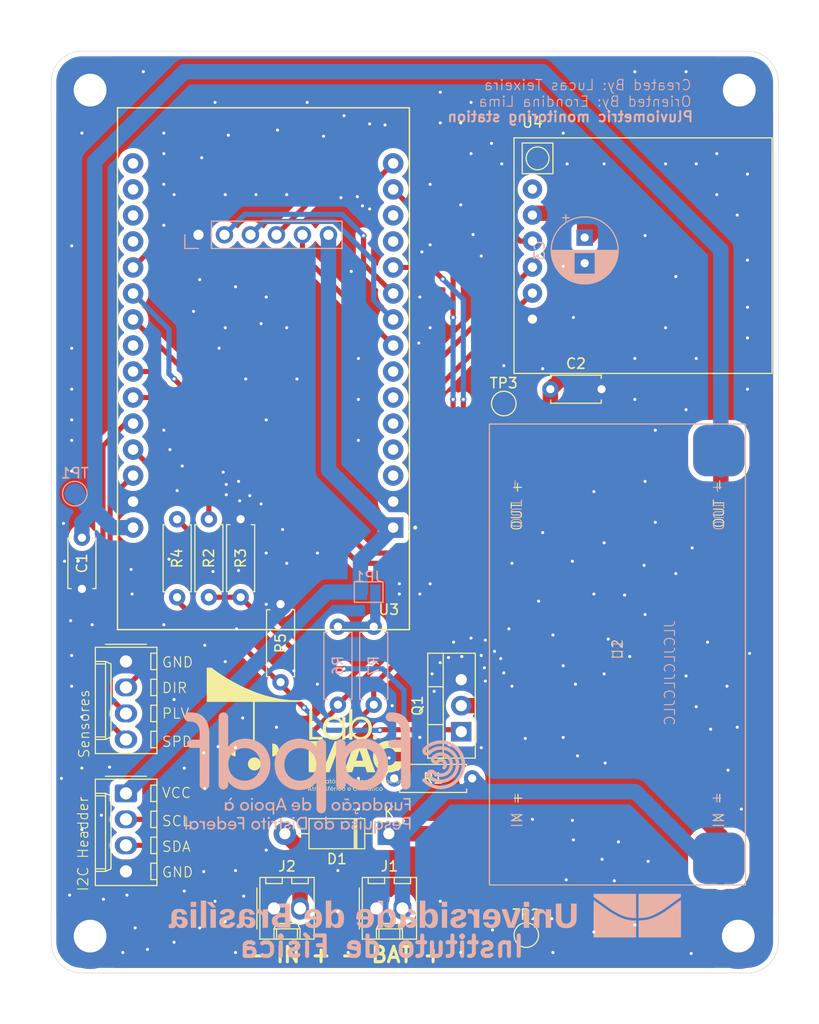
<source format=kicad_pcb>
(kicad_pcb (version 20240108) (generator "pcbnew") (generator_version "8.0")
  (title_block (title "PCB Layers Estacao Pluviometrica") (date "2025-05-03") (rev "1") (company "LAB. MAC UnB"))
  (layers (0 "F.Cu" signal) (31 "B.Cu" signal) (34 "B.Paste" user) (35 "F.Paste" user) (36 "B.SilkS" user "B.Silkscreen") (37 "F.SilkS" user "F.Silkscreen") (38 "B.Mask" user) (39 "F.Mask" user) (44 "Edge.Cuts" user))
  (net 0 "")
  (net 1 "Net-(D1-A)")
  (net 2 "Net-(R1-Pad1)")
  (net 3 "SIM800L_TX")
  (net 5 "SIM800L_RST")
  (net 13 "SIM800L_RX")
  (net 15 "CLK")
  (net 16 "+3.3V")
  (net 17 "CS")
  (net 18 "MISO")
  (net 19 "MOSI")
  (net 20 "SDA")
  (net 21 "SCL")
  (net 22 "SPD")
  (net 23 "PLV")
  (net 24 "DIR")
  (net 25 "Net-(JP1-B)")
  (net 27 "GND")
  (net 28 "+BATT")
  (net 29 "Net-(Q1-G)")
  (net 32 "Net-(Q1-D)")
  (net 33 "+5V")
  (net 34 "+4V4")
  (net 36 "VBAT")
  (net 37 "SIM800L EN")
  (footprint "Resistor_THT:R_Axial_DIN0207_L6.3mm_D2.5mm_P7.62mm_Horizontal" (layer "F.Cu") (at 127.4 96.61 90)
    (property "Reference" "R5")
    (property "Value" "10k" (hide yes))
  )
  (footprint "Connector_Molex:Molex_KK-254_AE-6410-04A_1x04_P2.54mm_Vertical" (layer "F.Cu") (at 112.3 94.58 -90)
    (property "Reference" "J5" (hide yes))
    (property "Value" "Sensores" (hide yes))
  )
  (footprint "Resistor_THT:R_Axial_DIN0207_L6.3mm_D2.5mm_P7.62mm_Horizontal" (layer "F.Cu") (at 138.49 106)
    (property "Reference" "R1")
    (property "Value" "4.7k" (hide yes))
  )
  (footprint "Connector_Molex:Molex_KK-254_AE-6410-02A_1x02_P2.54mm_Vertical" (layer "F.Cu") (at 126.76 118.7)
    (property "Reference" "J2")
    (property "Value" "22053021")
  )
  (footprint "MountingHole:MountingHole_3.2mm_M3_Pad_TopBottom" (layer "F.Cu") (at 172.1 121.4)
    (property "Reference" "H1" (hide yes))
    (property "Value" "MountingHole_Pad")
  )
  (footprint "Capacitor_THT:C_Disc_D4.7mm_W2.5mm_P5.00mm" (layer "F.Cu") (at 108 82.5 -90)
    (property "Reference" "C1")
    (property "Value" "C_Polarized")
  )
  (footprint "Diode_THT:D_DO-41_SOD81_P10.16mm_Horizontal" (layer "F.Cu") (at 137.98 111.4 180)
    (property "Reference" "D1")
    (property "Value" "1N4007" (hide yes))
  )
  (footprint "Libs:labmac" (layer "F.Cu") (at 129.832274 101.628317)
    (property "Reference" "G***" (hide yes))
    (property "Value" "LOGO" (hide yes))
  )
  (footprint "Capacitor_THT:C_Disc_D4.7mm_W2.5mm_P5.00mm" (layer "F.Cu") (at 153.75 68)
    (property "Reference" "C2")
    (property "Value" "C_Polarized")
  )
  (footprint "Package_TO_SOT_THT:TO-220-3_Vertical" (layer "F.Cu") (at 145.045 101.44 90)
    (property "Reference" "Q1")
    (property "Value" "IRLZ44N")
  )
  (footprint "Resistor_THT:R_Axial_DIN0207_L6.3mm_D2.5mm_P7.62mm_Horizontal" (layer "F.Cu") (at 123.5 88.31 90)
    (property "Reference" "R3")
    (property "Value" "100k" (hide yes))
  )
  (footprint "MountingHole:MountingHole_3.2mm_M3_Pad_TopBottom" (layer "F.Cu") (at 172.2 38.8)
    (property "Reference" "H3" (hide yes))
    (property "Value" "MountingHole_Pad")
  )
  (footprint "Resistor_THT:R_Axial_DIN0207_L6.3mm_D2.5mm_P7.62mm_Horizontal" (layer "F.Cu") (at 117.3 88.32 90)
    (property "Reference" "R4")
    (property "Value" "1k" (hide yes))
  )
  (footprint "LIB_PROJ:BUCK lm2596 Modulo" (layer "F.Cu") (at 160.3 93.4 90)
    (property "Reference" "U2")
    (property "Value" "BUCK_MODULE" (hide yes))
  )
  (footprint "TestPoint:TestPoint_Pad_D2.0mm" (layer "F.Cu") (at 149.2 69.4)
    (property "Reference" "TP3")
    (property "Value" "TestPoint")
  )
  (footprint "MountingHole:MountingHole_3.2mm_M3_Pad_TopBottom" (layer "F.Cu") (at 108.8 38.8)
    (property "Reference" "H4" (hide yes))
    (property "Value" "MountingHole_Pad")
  )
  (footprint "Resistor_THT:R_Axial_DIN0207_L6.3mm_D2.5mm_P7.62mm_Horizontal" (layer "F.Cu") (at 120.4 88.31 90)
    (property "Reference" "R2")
    (property "Value" "1,5k" (hide yes))
  )
  (footprint "MountingHole:MountingHole_3.2mm_M3_Pad_TopBottom" (layer "F.Cu") (at 108.8 121.4)
    (property "Reference" "H2" (hide yes))
    (property "Value" "MountingHole_Pad")
  )
  (footprint "Connector_Molex:Molex_KK-254_AE-6410-02A_1x02_P2.54mm_Vertical" (layer "F.Cu") (at 136.76 118.7)
    (property "Reference" "J1")
    (property "Value" "22053021")
  )
  (footprint "ESP32-DEVKIT-V1:MODULE_ESP32_DEVKIT_V1" (layer "F.Cu") (at 125.7 66 180)
    (property "Reference" "U3")
    (property "Value" "ESP32-DEVKIT-V1")
  )
  (footprint "TestPoint:TestPoint_Pad_D2.0mm" (layer "F.Cu") (at 151.4 121.3)
    (property "Reference" "TP2")
    (property "Value" "TestPoint")
  )
  (footprint "SIM800L-Core-Module-KiCad-Footprint-main:SIM800L-CORE" (layer "F.Cu") (at 152 48.46)
    (property "Reference" "U4")
    (property "Value" "SIM800L-CORE")
  )
  (footprint "Connector_Molex:Molex_KK-254_AE-6410-04A_1x04_P2.54mm_Vertical" (layer "F.Cu") (at 112.3 107.46 -90)
    (property "Reference" "J4" (hide yes))
    (property "Value" "I2C Header" (hide yes))
  )
  (footprint "TestPoint:TestPoint_Pad_D2.0mm" (layer "B.Cu") (at 107.3 78.2 180)
    (property "Reference" "TP1")
    (property "Value" "TestPoint")
  )
  (footprint "Libs:Logo FAP DF" (layer "B.Cu") (at 131.5 105.4 180)
    (property "Reference" "G***" (hide yes))
    (property "Value" "LOGO" (hide yes))
  )
  (footprint "Jumper:SolderJumper-2_P1.3mm_Open_Pad1.0x1.5mm" (layer "B.Cu") (at 136 87.81)
    (property "Reference" "JP1")
    (property "Value" "SolderJumper_2_Open" (hide yes))
  )
  (footprint "Capacitor_THT:CP_Radial_D6.3mm_P2.50mm" (layer "B.Cu") (at 157.1 53.2 -90)
    (property "Reference" "C3")
    (property "Value" "18v 220uf")
  )
  (footprint "Libs:logo unb" (layer "B.Cu") (at 141.5 119.4 180)
    (property "Reference" "G***" (hide yes))
    (property "Value" "LOGO" (hide yes))
  )
  (footprint "LIB_PROJ:BUCK lm2596 Modulo" (layer "B.Cu") (at 160.3 93.4 90)
    (property "Reference" "U1")
    (property "Value" "BUCK_MODULE" (hide yes))
  )
  (footprint "Resistor_THT:R_Axial_DIN0207_L6.3mm_D2.5mm_P7.62mm_Horizontal" (layer "B.Cu") (at 136.5 91.19 -90)
    (property "Reference" "R7")
    (property "Value" "R")
  )
  (footprint "Resistor_THT:R_Axial_DIN0207_L6.3mm_D2.5mm_P7.62mm_Horizontal" (layer "B.Cu") (at 133 91.19 -90)
    (property "Reference" "R6")
    (property "Value" "R")
  )
  (footprint "Connector_PinSocket_2.54mm:PinSocket_1x06_P2.54mm_Vertical" (layer "B.Cu") (at 119.38 52.925 -90)
    (property "Reference" "J3" (hide yes))
    (property "Value" "CARTÃO SD")
  )
  (gr_arc (start 105 38) (mid 105.87868 35.87868) (end 108 35) (stroke (width 0.05)) (layer "Edge.Cuts"))
  (gr_arc (start 173 35) (mid 175.12132 35.87868) (end 176 38) (stroke (width 0.05)) (layer "Edge.Cuts"))
  (gr_line (start 173 125) (end 108 125) (stroke (width 0.05)) (layer "Edge.Cuts"))
  (gr_line (start 176 38) (end 176 122) (stroke (width 0.05)) (layer "Edge.Cuts"))
  (gr_line (start 105 122) (end 105 38) (stroke (width 0.05)) (layer "Edge.Cuts"))
  (gr_arc (start 108 125) (mid 105.87868 124.12132) (end 105 122) (stroke (width 0.05)) (layer "Edge.Cuts"))
  (gr_line (start 108 35) (end 173 35) (stroke (width 0.05)) (layer "Edge.Cuts"))
  (gr_arc (start 176 122) (mid 175.12132 124.12132) (end 173 125) (stroke (width 0.05)) (layer "Edge.Cuts"))
  (gr_text "Instituto de Física" (at 151.4 123.6 0) (layer "B.SilkS") (effects (font (size 2 2) (thickness 0.4) (bold yes)) (justify left bottom mirror)))
  (gr_text "Pluviometric monitoring station" (at 167.8 41.4 0) (layer "B.SilkS") (effects (font (size 1 1) (thickness 0.2) (bold yes)) (justify left mirror)))
  (gr_text "Created By: Lucas Teixeira\nOriented By: Erondina Lima" (at 167.6 40.5 0) (layer "B.SilkS") (effects (font (size 1 1) (thickness 0.1)) (justify left bottom mirror)))
  (gr_text "JLCJLCJLCJLC" (at 166 90.5 90) (layer "B.SilkS") (effects (font (size 1 1) (thickness 0.1)) (justify left bottom mirror)))
  (gr_text "VCC" (at 115.75 108 0) (layer "F.SilkS") (effects (font (size 1 1) (thickness 0.1)) (justify left bottom)))
  (gr_text "SCL" (at 115.75 110.75 0) (layer "F.SilkS") (effects (font (size 1 1) (thickness 0.1)) (justify left bottom)))
  (gr_text "I2C Headder" (at 108.7 117.1 90) (layer "F.SilkS") (effects (font (size 1 1) (thickness 0.1)) (justify left bottom)))
  (gr_text "- BAT +" (at 133.1 124.1 0) (layer "F.SilkS") (effects (font (size 1.5 1.5) (thickness 0.3) (bold yes)) (justify left bottom)))
  (gr_text "GND" (at 115.75 115.75 0) (layer "F.SilkS") (effects (font (size 1 1) (thickness 0.1)) (justify left bottom)))
  (gr_text "GND" (at 115.75 95.25 0) (layer "F.SilkS") (effects (font (size 1 1) (thickness 0.1)) (justify left bottom)))
  (gr_text "SDA" (at 115.75 113.25 0) (layer "F.SilkS") (effects (font (size 1 1) (thickness 0.1)) (justify left bottom)))
  (gr_text "- IN +" (at 123.8 124.1 0) (layer "F.SilkS") (effects (font (size 1.5 1.5) (thickness 0.3) (bold yes)) (justify left bottom)))
  (gr_text "DIR" (at 115.75 97.75 0) (layer "F.SilkS") (effects (font (size 1 1) (thickness 0.1)) (justify left bottom)))
  (gr_text "Sensores" (at 108.8 104.1 90) (layer "F.SilkS") (effects (font (size 1 1) (thickness 0.1)) (justify left bottom)))
  (gr_text "PLV" (at 115.75 100.25 0) (layer "F.SilkS") (effects (font (size 1 1) (thickness 0.1)) (justify left bottom)))
  (gr_text "SPD" (at 115.75 103 0) (layer "F.SilkS") (effects (font (size 1 1) (thickness 0.1)) (justify left bottom)))
  (segment (start 127.82 111.4) (end 129.3 112.88) (width 1.5) (layer "F.Cu") (net 1))
  (segment (start 129.3 112.88) (end 129.3 118.7) (width 1.5) (layer "F.Cu") (net 1))
  (segment (start 130.49 95.3) (end 133.6 95.3) (width 0.5) (layer "F.Cu") (net 2))
  (segment (start 123.5 88.31) (end 130.49 95.3) (width 0.5) (layer "F.Cu") (net 2))
  (segment (start 120.4 88.31) (end 123.5 88.31) (width 0.5) (layer "F.Cu") (net 2))
  (via (at 133.6 95.3) (size 0.6) (drill 0.3) (layers "F.Cu" "B.Cu") (net 2))
  (segment (start 138.49 106) (end 139.45 105.04) (width 0.5) (layer "B.Cu") (net 2))
  (segment (start 139.45 97.389338) (end 137.980331 95.919669) (width 0.5) (layer "B.Cu") (net 2))
  (segment (start 137.360661 95.3) (end 137.980331 95.919669) (width 0.5) (layer "B.Cu") (net 2))
  (segment (start 139.45 105.04) (end 139.45 97.389338) (width 0.5) (layer "B.Cu") (net 2))
  (segment (start 133.6 95.3) (end 137.360661 95.3) (width 0.5) (layer "B.Cu") (net 2))
  (segment (start 152 58.62) (end 142.5 68.12) (width 0.5) (layer "F.Cu") (net 3))
  (segment (start 129 79) (end 117 67) (width 0.5) (layer "F.Cu") (net 3))
  (segment (start 135 85) (end 129 79) (width 0.5) (layer "F.Cu") (net 3))
  (segment (start 139.5 85) (end 135 85) (width 0.5) (layer "F.Cu") (net 3))
  (segment (start 113.217717 58.655) (end 113 58.655) (width 1.5) (layer "F.Cu") (net 3))
  (segment (start 142.5 82) (end 139.5 85) (width 0.5) (layer "F.Cu") (net 3))
  (segment (start 142.5 68.12) (end 142.5 82) (width 0.5) (layer "F.Cu") (net 3))
  (via (at 117 67) (size 0.6) (drill 0.3) (layers "F.Cu" "B.Cu") (net 3))
  (segment (start 116.5 62.155) (end 113 58.655) (width 0.5) (layer "B.Cu") (net 3))
  (segment (start 117 67) (end 116.5 66.5) (width 0.5) (layer "B.Cu") (net 3))
  (segment (start 116.5 66.5) (end 116.5 62.155) (width 0.5) (layer "B.Cu") (net 3))
  (segment (start 135.289339 44.55) (end 134.539339 45.3) (width 0.5) (layer "F.Cu") (net 5))
  (segment (start 152 53.54) (end 150.79 53.54) (width 0.5) (layer "F.Cu") (net 5))
  (segment (start 150.79 53.54) (end 140.35 43.1) (width 0.5) (layer "F.Cu") (net 5))
  (segment (start 134.539339 45.3) (end 123.815 45.3) (width 0.5) (layer "F.Cu") (net 5))
  (segment (start 135.289339 44.510661) (end 135.289339 44.55) (width 0.5) (layer "F.Cu") (net 5))
  (segment (start 140.35 43.1) (end 136.7 43.1) (width 0.5) (layer "F.Cu") (net 5))
  (segment (start 123.815 45.3) (end 113 56.115) (width 0.5) (layer "F.Cu") (net 5))
  (segment (start 136.7 43.1) (end 135.289339 44.510661) (width 0.5) (layer "F.Cu") (net 5))
  (segment (start 139 84) (end 135.805 84) (width 0.5) (layer "F.Cu") (net 13))
  (segment (start 141.5 66.58) (end 141.5 81.5) (width 0.5) (layer "F.Cu") (net 13))
  (segment (start 135.805 84) (end 113 61.195) (width 0.5) (layer "F.Cu") (net 13))
  (segment (start 141.5 81.5) (end 139 84) (width 0.5) (layer "F.Cu") (net 13))
  (segment (start 152 56.08) (end 141.5 66.58) (width 0.5) (layer "F.Cu") (net 13))
  (segment (start 124.46 52.925) (end 125.76 51.625) (width 0.5) (layer "B.Cu") (net 15))
  (segment (start 136.5 55.506522) (end 136.5 59.295) (width 0.5) (layer "B.Cu") (net 15))
  (segment (start 136.5 59.295) (end 138.4 61.195) (width 0.5) (layer "B.Cu") (net 15))
  (segment (start 125.76 51.625) (end 132.618478 51.625) (width 0.5) (layer "B.Cu") (net 15))
  (segment (start 132.618478 51.625) (end 136.5 55.506522) (width 0.5) (layer "B.Cu") (net 15))
  (segment (start 138.4 81.515) (end 135.2 84.715) (width 1.5) (layer "B.Cu") (net 16))
  (segment (start 132.08 52.925) (end 132.08 75.8875) (width 1.5) (layer "B.Cu") (net 16))
  (segment (start 132.08 75.8875) (end 137.7075 81.515) (width 1.5) (layer "B.Cu") (net 16))
  (segment (start 135.2 87.81) (end 131.95 87.81) (width 1.5) (layer "B.Cu") (net 16))
  (segment (start 137.7075 81.515) (end 138.4 81.515) (width 1.5) (layer "B.Cu") (net 16))
  (segment (start 131.95 87.81) (end 112.3 107.46) (width 1.5) (layer "B.Cu") (net 16))
  (segment (start 135.2 84.715) (end 135.2 87.81) (width 1.5) (layer "B.Cu") (net 16))
  (segment (start 129.54 52.925) (end 129.54 54.875) (width 0.5) (layer "F.Cu") (net 17))
  (segment (start 129.54 54.875) (end 138.4 63.735) (width 0.5) (layer "F.Cu") (net 17))
  (segment (start 135.5 53) (end 135.5 55.755) (width 0.5) (layer "F.Cu") (net 18))
  (segment (start 135.5 55.755) (end 138.4 58.655) (width 0.5) (layer "F.Cu") (net 18))
  (via (at 135.5 53) (size 0.6) (drill 0.3) (layers "F.Cu" "B.Cu") (net 18))
  (segment (start 121.92 52.925) (end 123.92 50.925) (width 0.5) (layer "B.Cu") (net 18))
  (segment (start 123.92 50.925) (end 133.425 50.925) (width 0.5) (layer "B.Cu") (net 18))
  (segment (start 133.425 50.925) (end 135.5 53) (width 0.5) (layer "B.Cu") (net 18))
  (segment (start 136.355 48) (end 131.925 48) (width 0.5) (layer "F.Cu") (net 19))
  (segment (start 138.4 45.955) (end 136.355 48) (width 0.5) (layer "F.Cu") (net 19))
  (segment (start 131.925 48) (end 127 52.925) (width 0.5) (layer "F.Cu") (net 19))
  (segment (start 136.5 98.81) (end 136.5 96.9) (width 0.5) (layer "F.Cu") (net 20))
  (segment (start 136.5 96.9) (end 145.25 88.15) (width 0.5) (layer "F.Cu") (net 20))
  (segment (start 136.5 98.81) (end 122.77 112.54) (width 0.5) (layer "F.Cu") (net 20))
  (segment (start 142.115 56.115) (end 138.4 56.115) (width 0.5) (layer "F.Cu") (net 20))
  (segment (start 122.77 112.54) (end 112.3 112.54) (width 0.5) (layer "F.Cu") (net 20))
  (segment (start 145.25 88.15) (end 145.25 69) (width 0.5) (layer "F.Cu") (net 20))
  (segment (start 143.25 57.25) (end 142.115 56.115) (width 0.5) (layer "F.Cu") (net 20))
  (via (at 143.25 57.25) (size 0.6) (drill 0.3) (layers "F.Cu" "B.Cu") (net 20))
  (via (at 145.25 69) (size 0.6) (drill 0.3) (layers "F.Cu" "B.Cu") (net 20))
  (segment (start 145.25 59.25) (end 143.25 57.25) (width 0.5) (layer "B.Cu") (net 20))
  (segment (start 145.25 69) (end 145.25 59.25) (width 0.5) (layer "B.Cu") (net 20))
  (segment (start 133 98.81) (end 133 98.5) (width 0.5) (layer "F.Cu") (net 21))
  (segment (start 144.25 61) (end 144.25 54.345) (width 0.5) (layer "F.Cu") (net 21))
  (segment (start 144.25 54.345) (end 138.4 48.495) (width 0.5) (layer "F.Cu") (net 21))
  (segment (start 133 98.81) (end 133 99) (width 0.5) (layer "F.Cu") (net 21))
  (segment (start 144.25 87.56) (end 144.25 69) (width 0.5) (layer "F.Cu") (net 21))
  (segment (start 122 110) (end 112.3 110) (width 0.5) (layer "F.Cu") (net 21))
  (segment (start 133 99) (end 122 110) (width 0.5) (layer "F.Cu") (net 21))
  (segment (start 133 98.81) (end 144.25 87.56) (width 0.5) (layer "F.Cu") (net 21))
  (via (at 144.25 69) (size 0.6) (drill 0.3) (layers "F.Cu" "B.Cu") (net 21))
  (via (at 144.25 61) (size 0.6) (drill 0.3) (layers "F.Cu" "B.Cu") (net 21))
  (segment (start 144.25 69) (end 144.25 61) (width 0.5) (layer "B.Cu") (net 21))
  (segment (start 110.055 99.955) (end 110.055 73.545) (width 0.5) (layer "F.Cu") (net 22))
  (segment (start 110.055 73.545) (end 112.245 71.355) (width 0.5) (layer "F.Cu") (net 22))
  (segment (start 112.3 102.2) (end 112.524119 101.975881) (width 0.5) (layer "F.Cu") (net 22))
  (segment (start 112.3 102.2) (end 110.055 99.955) (width 0.5) (layer "F.Cu") (net 22))
  (segment (start 112.245 71.355) (end 113 71.355) (width 0.5) (layer "F.Cu") (net 22))
  (segment (start 110.755 98.115) (end 110.755 78.68) (width 0.5) (layer "F.Cu") (net 23))
  (segment (start 110.755 78.68) (end 113 76.435) (width 0.5) (layer "F.Cu") (net 23))
  (segment (start 112.3 99.66) (end 110.755 98.115) (width 0.5) (layer "F.Cu") (net 23))
  (segment (start 114.75 94.67) (end 114.75 75.645) (width 0.5) (layer "F.Cu") (net 24))
  (segment (start 114.75 75.645) (end 113 73.895) (width 0.5) (layer "F.Cu") (net 24))
  (segment (start 112.3 97.12) (end 114.75 94.67) (width 0.5) (layer "F.Cu") (net 24))
  (segment (start 133 91.19) (end 136.5 91.19) (width 1) (layer "B.Cu") (net 25))
  (segment (start 136.65 87.81) (end 136.65 91.04) (width 1) (layer "B.Cu") (net 25))
  (segment (start 136.65 91.04) (end 136.5 91.19) (width 1) (layer "B.Cu") (net 25))
  (via (at 159.1 104.5) (size 0.6) (drill 0.3) (layers "F.Cu" "B.Cu") (net 27))
  (via (at 112.9 88) (size 0.6) (drill 0.3) (layers "F.Cu" "B.Cu") (net 27))
  (via (at 122 120) (size 0.6) (drill 0.3) (layers "F.Cu" "B.Cu") (net 27))
  (via (at 123.4 78.9) (size 0.6) (drill 0.3) (layers "F.Cu" "B.Cu") (net 27))
  (via (at 107 73) (size 0.6) (drill 0.3) (layers "F.Cu" "B.Cu") (net 27))
  (via (at 122 49) (size 0.6) (drill 0.3) (layers "F.Cu" "B.Cu") (net 27))
  (via (at 155.387688 46.002764) (size 0.6) (drill 0.3) (layers "F.Cu" "B.Cu") (net 27))
  (via (at 135 109) (size 0.6) (drill 0.3) (layers "F.Cu" "B.Cu") (net 27))
  (via (at 159.4 92.4) (size 0.6) (drill 0.3) (layers "F.Cu" "B.Cu") (net 27))
  (via (at 135 65) (size 0.6) (drill 0.3) (layers "F.Cu" "B.Cu") (net 27))
  (via (at 147.3 95.2) (size 0.6) (drill 0.3) (layers "F.Cu" "B.Cu") (net 27))
  (via (at 146 92.3) (size 0.6) (drill 0.3) (layers "F.Cu" "B.Cu") (net 27))
  (via (at 160 116) (size 0.6) (drill 0.3) (layers "F.Cu" "B.Cu") (net 27))
  (via (at 142 53.9) (size 0.6) (drill 0.3) (layers "F.Cu" "B.Cu") (net 27))
  (via (at 162 65) (size 0.6) (drill 0.3) (layers "F.Cu" "B.Cu") (net 27))
  (via (at 119.9 103.5) (size 0.6) (drill 0.3) (layers "F.Cu" "B.Cu") (net 27))
  (via (at 123 123) (size 0.6) (drill 0.3) (layers "F.Cu" "B.Cu") (net 27))
  (via (at 155.3 115.9) (size 0.6) (drill 0.3) (layers "F.Cu" "B.Cu") (net 27))
  (via (at 108 100) (size 0.6) (drill 0.3) (layers "F.Cu" "B.Cu") (net 27))
  (via (at 135 106) (size 0.6) (drill 0.3) (layers "F.Cu" "B.Cu") (net 27))
  (via (at 129 67) (size 0.6) (drill 0.3) (layers "F.Cu" "B.Cu") (net 27))
  (via (at 106.2 81.1) (size 0.6) (drill 0.3) (layers "F.Cu" "B.Cu") (net 27))
  (via (at 171 97) (size 0.6) (drill 0.3) (layers "F.Cu" "B.Cu") (net 27))
  (via (at 166 57) (size 0.6) (drill 0.3) (layers "F.Cu" "B.Cu") (net 27))
  (via (at 149.2 95.7) (size 0.6) (drill 0.3) (layers "F.Cu" "B.Cu") (net 27))
  (via (at 159 46) (size 0.6) (drill 0.3) (layers "F.Cu" "B.Cu") (net 27))
  (via (at 126 113) (size 0.6) (drill 0.3) (layers "F.Cu" "B.Cu") (net 27))
  (via (at 123 115) (size 0.6) (drill 0.3) (layers "F.Cu" "B.Cu") (net 27))
  (via (at 155 43) (size 0.6) (drill 0.3) (layers "F.Cu" "B.Cu") (net 27))
  (via (at 110.7 104.9) (size 0.6) (drill 0.3) (layers "F.Cu" "B.Cu") (net 27))
  (via (at 110.1 117.8) (size 0.6) (drill 0.3) (layers "F.Cu" "B.Cu") (net 27))
  (via (at 116 48) (size 0.6) (drill 0.3) (layers "F.Cu" "B.Cu") (net 27))
  (via (at 133 115) (size 0.6) (drill 0.3) (layers "F.Cu" "B.Cu") (net 27))
  (via (at 112.8 85.6) (size 0.6) (drill 0.3) (layers "F.Cu" "B.Cu") (net 27))
  (via (at 173 47) (size 0.6) (drill 0.3) (layers "F.Cu" "B.Cu") (net 27))
  (via (at 139 88) (size 0.6) (drill 0.3) (layers "F.Cu" "B.Cu") (net 27))
  (via (at 107 97) (size 0.6) (drill 0.3) (layers "F.Cu" "B.Cu") (net 27))
  (via (at 123 58) (size 0.6) (drill 0.3) (layers "F.Cu" "B.Cu") (net 27))
  (via (at 161.5 94.1) (size 0.6) (drill 0.3) (layers "F.Cu" "B.Cu") (net 27))
  (via (at 173 55.4) (size 0.6) (drill 0.3) (layers "F.Cu" "B.Cu") (net 27))
  (via (at 153 66) (size 0.6) (drill 0.3) (layers "F.Cu" "B.Cu") (net 27))
  (via (at 169.1 92.7) (size 0.6) (drill 0.3) (layers "F.Cu" "B.Cu") (net 27))
  (via (at 118 117) (size 0.6) (drill 0.3) (layers "F.Cu" "B.Cu") (net 27))
  (via (at 119.9 115.1) (size 0.6) (drill 0.3) (layers "F.Cu" "B.Cu") (net 27))
  (via (at 119.5 120.6) (size 0.6) (drill 0.3) (layers "F.Cu" "B.Cu") (net 27))
  (via (at 106.8 117.4) (size 0.6) (drill 0.3) (layers "F.Cu" "B.Cu") (net 27))
  (via (at 108 111) (size 0.6) (drill 0.3) (layers "F.Cu" "B.Cu") (net 27))
  (via (at 168 65) (size 0.6) (drill 0.3) (layers "F.Cu" "B.Cu") (net 27))
  (via (at 142 48) (size 0.6) (drill 0.3) (layers "F.Cu" "B.Cu") (net 27))
  (via (at 162 120.3) (size 0.6) (drill 0.3) (layers "F.Cu" "B.Cu") (net 27))
  (via (at 148.1 120.8) (size 0.6) (drill 0.3) (layers "F.Cu" "B.Cu") (net 27))
  (via (at 154 123) (size 0.6) (drill 0.3) (layers "F.Cu" "B.Cu") (net 27))
  (via (at 163 53) (size 0.6) (drill 0.3) (layers "F.Cu" "B.Cu") (net 27))
  (via (at 142.2 95.8) (size 0.6) (drill 0.3) (layers "F.Cu" "B.Cu") (net 27))
  (via (at 107 64) (size 0.6) (drill 0.3) (layers "F.Cu" "B.Cu") (net 27))
  (via (at 117 98.3) (size 0.6) (drill 0.3) (layers "F.Cu" "B.Cu") (net 27))
  (via (at 165 46) (size 0.6) (drill 0.3) (layers "F.Cu" "B.Cu") (net 27))
  (via (at 107 54) (size 0.6) (drill 0.3) (layers "F.Cu" "B.Cu") (net 27))
  (via (at 158.8 113.9) (size 0.6) (drill 0.3) (layers "F.Cu" "B.Cu") (net 27))
  (via (at 156 61) (size 0.6) (drill 0.3) (layers "F.Cu" "B.Cu") (net 27))
  (via (at 126 89) (size 0.6) (drill 0.3) (layers "F.Cu" "B.Cu") (net 27))
  (via (at 119.7 45.4) (size 0.6) (drill 0.3) (layers "F.Cu" "B.Cu") (net 27))
  (via (at 116 43) (size 0.6) (drill 0.3) (layers "F.Cu" "B.Cu") (net 27))
  (via (at 173 60) (size 0.6) (drill 0.3) (layers "F.Cu" "B.Cu") (net 27))
  (via (at 142 87) (size 0.6) (drill 0.3) (layers "F.Cu" "B.Cu") (net 27))
  (via (at 107 76) (size 0.6) (drill 0.3) (layers "F.Cu" "B.Cu") (net 27))
  (via (at 170 49) (size 0.6) (drill 0.3) (layers "F.Cu" "B.Cu") (net 27))
  (via (at 114 37) (size 0.6) (drill 0.3) (layers "F.Cu" "B.Cu") (net 27))
  (via (at 128.7 95.5) (size 0.6) (drill 0.3) (layers "F.Cu" "B.Cu") (net 27))
  (via (at 150 97) (size 0.6) (drill 0.3) (layers "F.Cu" "B.Cu") (net 27))
  (via (at 128 85) (size 0.6) (drill 0.3) (layers "F.Cu" "B.Cu") (net 27))
  (via (at 158 78) (size 0.6) (drill 0.3) (layers "F.Cu" "B.Cu") (net 27))
  (via (at 153.9 119.7) (size 0.6) (drill 0.3) (layers "F.Cu" "B.Cu") (net 27))
  (via (at 121.8 76.1) (size 0.6) (drill 0.3) (layers "F.Cu" "B.Cu") (net 27))
  (via (at 140.9 63.5) (size 0.6) (drill 0.3) (layers "F.Cu" "B.Cu") (net 27))
  (via (at 170 45) (size 0.6) (drill 0.3) (layers "F.Cu" "B.Cu") (net 27))
  (via (at 106.3 84.8) (size 0.6) (drill 0.3) (layers "F.Cu" "B.Cu") (net 27))
  (via (at 172 51) (size 0.6) (drill 0.3) (layers "F.Cu" "B.Cu") (net 27))
  (via (at 116.6 73.9) (size 0.6) (drill 0.3) (layers "F.Cu" "B.Cu") (net 27))
  (via (at 167 70) (size 0.6) (drill 0.3) (layers "F.Cu" "B.Cu") (net 27))
  (via (at 106.9 90.6) (size 0.6) (drill 0.3) (layers "F.Cu" "B.Cu") (net 27))
  (via (at 125.5 61.6) (size 0.6) (drill 0.3) (layers "F.Cu" "B.Cu") (net 27))
  (via (at 127 101) (size 0.6) (drill 0.3) (layers "F.Cu" "B.Cu") (net 27))
  (via (at 122.1 78.3) (size 0.6) (drill 0.3) (layers "F.Cu" "B.Cu") (net 27))
  (via (at 148.3 93.6) (size 0.6) (drill 0.3) (layers "F.Cu" "B.Cu") (net 27))
  (via (at 143 42) (size 0.6) (drill 0.3) (layers "F.Cu" "B.Cu") (net 27))
  (via (at 136.1 42.1) (size 0.6) (drill 0.3) (layers "F.Cu" "B.Cu") (net 27))
  (via (at 155.9 110.1) (size 0.6) (drill 0.3) (layers "F.Cu" "B.Cu") (net 27))
  (via (at 158 88) (size 0.6) (drill 0.3) (layers "F.Cu" "B.Cu") (net 27))
  (via (at 141 88) (size 0.6) (drill 0.3) (layers "F.Cu" "B.Cu") (net 27))
  (via (at 138.3 98.9) (size 0.6) (drill 0.3) (layers "F.Cu" "B.Cu") (net 27))
  (via (at 145 123) (size 0.6) (drill 0.3) (layers "F.Cu" "B.Cu") (net 27))
  (via (at 148 44) (size 0.6) (drill 0.3) (layers "F.Cu" "B.Cu") (net 27))
  (via (at 149 46) (size 0.6) (drill 0.3) (layers "F.Cu" "B.Cu") (net 27))
  (via (at 143 39) (size 0.6) (drill 0.3) (layers "F.Cu" "B.Cu") (net 27))
  (via (at 121.4 64) (size 0.6) (drill 0.3) (layers "F.Cu" "B.Cu") (net 27))
  (via (at 135 69) (size 0.6) (drill 0.3) (layers "F.Cu" "B.Cu") (net 27))
  (via (at 107 94) (size 0.6) (drill 0.3) (layers "F.Cu" "B.Cu") (net 27))
  (via (at 149.7 91.4) (size 0.6) (drill 0.3) (layers "F.Cu" "B.Cu") (net 27))
  (via (at 164 72) (size 0.6) (drill 0.3) (layers "F.Cu" "B.Cu") (net 27))
  (via (at 147 55) (size 0.6) (drill 0.3) (layers "F.Cu" "B.Cu") (net 27))
  (via (at 162.9 85.2) (size 0.6) (drill 0.3) (layers "F.Cu" "B.Cu") (net 27))
  (via (at 127.1 42.7) (size 0.6) (drill 0.3) (layers "F.Cu" "B.Cu") (net 27))
  (via (at 125.5 79.2) (size 0.6) (drill 0.3) (layers "F.Cu" "B.Cu") (net 27))
  (via (at 118 105) (size 0.6) (drill 0.3) (layers "F.Cu" "B.Cu") (net 27))
  (via (at 134 123) (size 0.6) (drill 0.3) (layers "F.Cu" "B.Cu") (net 27))
  (via (at 155 95) (size 0.6) (drill 0.3) (layers "F.Cu" "B.Cu") (net 27))
  (via (at 108 43) (size 0.6) (drill 0.3) (layers "F.Cu" "B.Cu") (net 27))
  (via (at 133.6 41.3) (size 0.6) (drill 0.3) (layers "F.Cu" "B.Cu") (net 27))
  (via (at 151.3 102.1) (size 0.6) (drill 0.3) (layers "F.Cu" "B.Cu") (net 27))
  (via (at 154 92) (size 0.6) (drill 0.3) (layers "F.Cu" "B.Cu") (net 27))
  (via (at 130 40) (size 0.6) (drill 0.3) (layers "F.Cu" "B.Cu") (net 27))
  (via (at 168 46) (size 0.6) (drill 0.3) (layers "F.Cu" "B.Cu") (net 27))
  (via (at 116 45) (size 0.6) (drill 0.3) (layers "F.Cu" "B.Cu") (net 27))
  (via (at 126 84) (size 0.6) (drill 0.3) (layers "F.Cu" "B.Cu") (net 27))
  (via (at 155.9 84.8) (size 0.6) (drill 0.3) (layers "F.Cu" "B.Cu") (net 27))
  (via (at 116 91) (size 0.6) (drill 0.3) (layers "F.Cu" "B.Cu") (net 27))
  (via (at 106 106) (size 0.6) (drill 0.3) (layers "F.Cu" "B.Cu") (net 27))
  (via (at 167.6 83.5) (size 0.6) (drill 0.3) (layers "F.Cu" "B.Cu") (net 27))
  (via (at 116.5 84.6) (size 0.6) (drill 0.3) (layers "F.Cu" "B.Cu") (net 27))
  (via (at 112 123) (size 0.6) (drill 0.3) (layers "F.Cu" "B.Cu") (net 27))
  (via (at 114.4 122.7) (size 0.6) (drill 0.3) (layers "F.Cu" "B.Cu") (net 27))
  (via (at 127.6 81.7) (size 0.6) (drill 0.3) (layers "F.Cu" "B.Cu") (net 27))
  (via (at 128 49) (size 0.6) (drill 0.3) (layers "F.Cu" "B.Cu") (net 27))
  (via (at 144.3 92.7) (size 0.6) (drill 0.3) (layers "F.Cu" "B.Cu") (net 27))
  (via (at 162 37) (size 0.6) (drill 0.3) (layers "F.Cu" "B.Cu") (net 27))
  (via (at 136.1 50.4) (size 0.6) (drill 0.3) (layers "F.Cu" "B.Cu") (net 27))
  (via (at 147.4 96.5) (size 0.6) (drill 0.3) (layers "F.Cu" "B.Cu") (net 27))
  (via (at 160.4 112.2) (size 0.6) (drill 0.3) (layers "F.Cu" "B.Cu") (net 27))
  (via (at 123.7 100.1) (size 0.6) (drill 0.3) (layers "F.Cu" "B.Cu") (net 27))
  (via (at 163 90) (size 0.6) (drill 0.3) (layers "F.Cu" "B.Cu") (net 27))
  (via (at 142.4 97.5) (size 0.6) (drill 0.3) (layers "F.Cu" "B.Cu") (net 27))
  (via (at 121 118) (size 0.6) (drill 0.3) (layers "F.Cu" "B.Cu") (net 27))
  (via (at 121 40) (size 0.6) (drill 0.3) (layers "F.Cu" "B.Cu") (net 27))
  (via (at 119.5 57.3) (size 0.6) (drill 0.3) (layers "F.Cu" "B.Cu") (net 27))
  (via (at 145 42) (size 0.6) (drill 0.3) (layers "F.Cu" "B.Cu") (net 27))
  (via (at 117 122) (size 0.6) (drill 0.3) (layers "F.Cu" "B.Cu") (net 27))
  (via (at 120 107) (size 0.6) (drill 0.3) (layers "F.Cu" "B.Cu") (net 27))
  (via (at 149.2 65.7) (size 0.6) (drill 0.3) (layers "F.Cu" "B.Cu") (net 27))
  (via (at 125 49) (size 0.6) (drill 0.3) (layers "F.Cu" "B.Cu") (net 27))
  (via (at 141 102) (size 0.6) (drill 0.3) (layers "F.Cu" "B.Cu") (net 27))
  (via (at 112.4 117.4) (size 0.6) (drill 0.3) (layers "F.Cu" "B.Cu") (net 27))
  (via (at 172 101) (size 0.6) (drill 0.3) (layers "F.Cu" "B.Cu") (net 27))
  (via (at 143 94.7) (size 0.6) (drill 0.3) (layers "F.Cu" "B.Cu") (net 27))
  (via (at 143.8 94.2) (size 0.6) (drill 0.3) (layers "F.Cu" "B.Cu") (net 27))
  (via (at 145 50) (size 0.6) (drill 0.3) (layers "F.Cu" "B.Cu") (net 27))
  (via (at 133 119) (size 0.6) (drill 0.3) (layers "F.Cu" "B.Cu") (net 27))
  (via (at 124 67) (size 0.6) (drill 0.3) (layers "F.Cu" "B.Cu") (net 27))
  (via (at 107 68) (size 0.6) (drill 0.3) (layers "F.Cu" "B.Cu") (net 27))
  (via (at 173 68) (size 0.6) (drill 0.3) (layers "F.Cu" "B.Cu") (net 27))
  (via (at 155 102) (size 0.6) (drill 0.3) (layers "F.Cu" "B.Cu") (net 27))
  (via (at 166 86) (size 0.6) (drill 0.3) (layers "F.Cu" "B.Cu") (net 27))
  (via (at 123.3 85.7) (size 0.6) (drill 0.3) (layers "F.Cu" "B.Cu") (net 27))
  (via (at 123.3 77) (size 0.6) (drill 0.3) (layers "F.Cu" "B.Cu") (net 27))
  (via (at 135.4 50.1) (size 0.6) (drill 0.3) (layers "F.Cu" "B.Cu") (net 27))
  (via (at 146.2 52.9) (size 0.6) (drill 0.3) (layers "F.Cu" "B.Cu") (net 27))
  (via (at 141 102) (size 0.6) (drill 0.3) (layers "F.Cu" "B.Cu") (net 27))
  (via (at 159 95.8) (size 0.6) (drill 0.3) (layers "F.Cu" "B.Cu") (net 27))
  (via (at 171.1 105.2) (size 0.6) (drill 0.3) (layers "F.Cu" "B.Cu") (net 27))
  (via (at 142 62) (size 0.6) (drill 0.3) (layers "F.Cu" "B.Cu") (net 27))
  (via (at 141.2 54.6) (size 0.6) (drill 0.3) (layers "F.Cu" "B.Cu") (net 27))
  (via (at 173 63) (size 0.6) (drill 0.3) (layers "F.Cu" "B.Cu") (net 27))
  (via (at 134.9 49.2) (size 0.6) (drill 0.3) (layers "F.Cu" "B.Cu") (net 27))
  (via (at 116 52) (size 0.6) (drill 0.3) (layers "F.Cu" "B.Cu") (net 27))
  (via (at 137.6 42.2) (size 0.6) (drill 0.3) (layers "F.Cu" "B.Cu") (net 27))
  (via (at 138 104) (size 0.6) (drill 0.3) (layers "F.Cu" "B.Cu") (net 27))
  (via (at 131 96.8) (size 0.6) (drill 0.3) (layers "F.Cu" "B.Cu") (net 27))
  (via (at 153 82) (size 0.6) (drill 0.3) (layers "F.Cu" "B.Cu") (net 27))
  (via (at 156 112) (size 0.6) (drill 0.3) (layers "F.Cu" "B.Cu") (net 27))
  (via (at 131.6 43.3) (size 0.6) (drill 0.3) (layers "F.Cu" "B.Cu") (net 27))
  (via (at 147.4 92.5) (size 0.6) (drill 0.3) (layers "F.Cu" "B.Cu") (net 27))
  (via (at 134.3 56.5) (size 0.6) (drill 0.3) (layers "F.Cu" "B.Cu") (net 27))
  (via (at 163 77) (size 0.6) (drill 0.3) (layers "F.Cu" "B.Cu") (net 27))
  (via (at 168 99) (size 0.6) (drill 0.3) (layers "F.Cu" "B.Cu") (net 27))
  (via (at 117.8 75.5) (size 0.6) (drill 0.3) (layers "F.Cu" "B.Cu") (net 27))
  (via (at 163.3 114.1) (size 0.6) (drill 0.3) (layers "F.Cu" "B.Cu") (net 27))
  (via (at 167 96) (size 0.6) (drill 0.3) (layers "F.Cu" "B.Cu") (net 27))
  (via (at 118.9 60.4) (size 0.6) (drill 0.3) (layers "F.Cu" "B.Cu") (net 27))
  (via (at 146 40) (size 0.6) (drill 0.3) (layers "F.Cu" "B.Cu") (net 27))
  (via (at 121.3 102.9) (size 0.6) (drill 0.3) (layers "F.Cu" "B.Cu") (net 27))
  (via (at 152 110) (size 0.6) (drill 0.3) (layers "F.Cu" "B.Cu") (net 27))
  (via (at 128 62) (size 0.6) (drill 0.3) (layers "F.Cu" "B.Cu") (net 27))
  (via (at 145.1 94.1) (size 0.6) (drill 0.3) (layers "F.Cu" "B.Cu") (net 27))
  (via (at 164 81) (size 0.6) (drill 0.3) (layers "F.Cu" "B.Cu") (net 27))
  (via (at 108 105) (size 0.6) (drill 0.3) (layers "F.Cu" "B.Cu") (net 27))
  (via (at 156.2 96.8) (size 0.6) (drill 0.3) (layers "F.Cu" "B.Cu") (net 27))
  (via (at 161 88.1) (size 0.6) (drill 0.3) (layers "F.Cu" "B.Cu") (net 27))
  (via (at 109.9 109.6) (size 0.6) (drill 0.3) (layers "F.Cu" "B.Cu") (net 27))
  (via (at 122 94.6) (size 0.6) (drill 0.3) (layers "F.Cu" "B.Cu") (net 27))
  (via (at 141 59) (size 0.6) (drill 0.3) (layers "F.Cu" "B.Cu") (net 27))
  (via (at 146 45) (size 0.6) (drill 0.3) (layers "F.Cu" "B.Cu") (net 27))
  (via (at 162 69) (size 0.6) (drill 0.3) (layers "F.Cu" "B.Cu") (net 27))
  (via (at 123.8 117.5) (size 0.6) (drill 0.3) (layers "F.Cu" "B.Cu") (net 27))
  (via (at 122.3 43.2) (size 0.6) (drill 0.3) (layers "F.Cu" "B.Cu") (net 27))
  (via (at 158 121) (size 0.6) (drill 0.3) (layers "F.Cu" "B.Cu") (net 27))
  (via (at 159 83) (size 0.6) (drill 0.3) (layers "F.Cu" "B.Cu") (net 27))
  (via (at 113.2 120.6) (size 0.6) (drill 0.3) (layers "F.Cu" "B.Cu") (net 27))
  (via (at 116 72) (size 0.6) (drill 0.3) (layers "F.Cu" "B.Cu") (net 27))
  (via (at 133.3 49.3) (size 0.6) (drill 0.3) (layers "F.Cu" "B.Cu") (net 27))
  (via (at 107 71) (size 0.6) (drill 0.3) (layers "F.Cu" "B.Cu") (net 27))
  (via (at 148.9 94.3) (size 0.6) (drill 0.3) (layers "F.Cu" "B.Cu") (net 27))
  (via (at 135 73) (size 0.6) (drill 0.3) (layers "F.Cu" "B.Cu") (net 27))
  (via (at 167 37) (size 0.6) (drill 0.3) (layers "F.Cu" "B.Cu") (net 27))
  (via (at 139 87) (size 0.6) (drill 0.3) (layers "F.Cu" "B.Cu") (net 27))
  (via (at 126 59) (size 0.6) (drill 0.3) (layers "F.Cu" "B.Cu") (net 27))
  (via (at 120.8 85.8) (size 0.6) (drill 0.3) (layers "F.Cu" "B.Cu") (net 27))
  (via (at 117.3 77.9) (size 0.6) (drill 0.3) (layers "F.Cu" "B.Cu") (net 27))
  (via (at 123 103) (size 0.6) (drill 0.3) (layers "F.Cu" "B.Cu") (net 27))
  (via (at 122.1 77.3) (size 0.6) (drill 0.3) (layers "F.Cu" "B.Cu") (net 27))
  (via (at 123.1 91.4) (size 0.6) (drill 0.3) (layers "F.Cu" "B.Cu") (net 27))
  (via (at 109 91) (size 0.6) (drill 0.3) (layers "F.Cu" "B.Cu") (net 27))
  (via (at 126 71) (size 0.6) (drill 0.3) (layers "F.Cu" "B.Cu") (net 27))
  (via (at 156.4 103.8) (size 0.6) (drill 0.3) (layers "F.Cu" "B.Cu") (net 27))
  (via (at 172.4 109) (size 0.6) (drill 0.3) (layers "F.Cu" "B.Cu") (net 27))
  (via (at 143 118) (size 0.6) (drill 0.3) (layers "F.Cu" "B.Cu") (net 27))
  (via (at 107.6 84.8) (size 0.6) (drill 0.3) (layers "F.Cu" "B.Cu") (net 27))
  (via (at 147 103) (size 0.6) (drill 0.3) (layers "F.Cu" "B.Cu") (net 27))
  (via (at 150 85) (size 0.6) (drill 0.3) (layers "F.Cu" "B.Cu") (net 27))
  (via (at 117 49) (size 0.6) (drill 0.3) (layers "F.Cu" "B.Cu") (net 27))
  (via (at 152.6 88.7) (size 0.6) (drill 0.3) (layers "F.Cu" "B.Cu") (net 27))
  (via (at 131 84) (size 0.6) (drill 0.3) (layers "F.Cu" "B.Cu") (net 27))
  (via (at 155 56) (size 0.6) (drill 0.3) (layers "F.Cu" "B.Cu") (net 27))
  (via (at 122 62) (size 0.6) (drill 0.3) (layers "F.Cu" "B.Cu") (net 27))
  (via (at 147 94) (size 0.6) (drill 0.3) (layers "F.Cu" "B.Cu") (net 27))
  (via (at 165 62) (size 0.6) (drill 0.3) (layers "F.Cu" "B.Cu") (net 27))
  (via (at 169.4 101.2) (size 0.6) (drill 0.3) (layers "F.Cu" "B.Cu") (net 27))
  (via (at 167.5 123.1) (size 0.6) (drill 0.3) (layers "F.Cu" "B.Cu") (net 27))
  (via (at 120 93) (size 0.6) (drill 0.3) (layers "F.Cu" "B.Cu") (net 27))
  (via (at 124.4 78.4) (size 0.6) (drill 0.3) (layers "F.Cu" "B.Cu") (net 27))
  (via (at 173.2 93.8) (size 0.6) (drill 0.3) (layers "F.Cu" "B.Cu") (net 27))
  (segment (start 146.35 111.4) (end 137.98 111.4) (width 1.5) (layer "F.Cu") (net 28))
  (segment (start 151.4 116.45) (end 146.35 111.4) (width 1.5) (layer "F.Cu") (net 28))
  (segment (start 151.4 121.3) (end 151.4 116.45) (width 1.5) (layer "F.Cu") (net 28))
  (segment (start 138 111.4) (end 139.3 112.7) (width 1.5) (layer "B.Cu") (net 28))
  (segment (start 139.3 111.48) (end 139.38 111.4) (width 1.5) (layer "B.Cu") (net 28))
  (segment (start 147 107.3) (end 145.5 107.3) (width 1.5) (layer "B.Cu") (net 28))
  (segment (start 146.11 106) (end 147 106.89) (width 1.5) (layer "B.Cu") (net 28))
  (segment (start 139.3 118.7) (end 139.3 112.7) (width 1.5) (layer "B.Cu") (net 28))
  (segment (start 137.98 111.4) (end 139.38 111.4) (width 1.5) (layer "B.Cu") (net 28))
  (segment (start 147 106.89) (end 147 107.3) (width 1.5) (layer "B.Cu") (net 28))
  (segment (start 143.48 107.3) (end 145.5 107.3) (width 1.5) (layer "B.Cu") (net 28))
  (segment (start 146.11 106) (end 146.11 106.69) (width 1.5) (layer "B.Cu") (net 28))
  (segment (start 162.05 107.3) (end 147 107.3) (width 1.5) (layer "B.Cu") (net 28))
  (segment (start 170.4 115.65) (end 162.05 107.3) (width 1.5) (layer "B.Cu") (net 28))
  (segment (start 137.98 111.4) (end 138 111.4) (width 1.5) (layer "B.Cu") (net 28))
  (segment (start 139.38 111.4) (end 143.48 107.3) (width 1.5) (layer "B.Cu") (net 28))
  (segment (start 146.11 106.69) (end 145.5 107.3) (width 1.5) (layer "B.Cu") (net 28))
  (segment (start 139.3 112.7) (end 139.3 111.48) (width 1.5) (layer "B.Cu") (net 28))
  (segment (start 123.85 93.25) (end 121.911116 93.25) (width 0.5) (layer "F.Cu") (net 29))
  (segment (start 117.3 88.638884) (end 117.3 88.32) (width 0.5) (layer "F.Cu") (net 29))
  (segment (start 121.911116 93.25) (end 117.3 88.638884) (width 0.5) (layer "F.Cu") (net 29))
  (segment (start 144.855 101.25) (end 137.15 101.25) (width 0.5) (layer "F.Cu") (net 29))
  (segment (start 129.7 99.1) (end 123.85 93.25) (width 0.5) (layer "F.Cu") (net 29))
  (segment (start 145.1 101.58) (end 144.77 101.25) (width 0.5) (layer "F.Cu") (net 29))
  (segment (start 145.045 101.44) (end 144.855 101.25) (width 0.5) (layer "F.Cu") (net 29))
  (segment (start 137.15 101.25) (end 137.1 101.3) (width 0.5) (layer "F.Cu") (net 29))
  (via (at 137.1 101.3) (size 0.6) (drill 0.3) (layers "F.Cu" "B.Cu") (net 29))
  (via (at 129.7 99.1) (size 0.6) (drill 0.3) (layers "F.Cu" "B.Cu") (net 29))
  (segment (start 131.9 101.3) (end 129.7 99.1) (width 0.5) (layer "B.Cu") (net 29))
  (segment (start 137.1 101.3) (end 131.9 101.3) (width 0.5) (layer "B.Cu") (net 29))
  (segment (start 160.183884 98.583882) (end 160.683883 98.083883) (width 1.5) (layer "F.Cu") (net 32))
  (segment (start 170.4 88.367767) (end 170.4 75.85) (width 1.5) (layer "F.Cu") (net 32))
  (segment (start 159.867767 98.9) (end 160.683883 98.083883) (width 1.5) (layer "F.Cu") (net 32))
  (segment (start 170.4 111.632232) (end 167.283884 108.516116) (width 1.5) (layer "F.Cu") (net 32))
  (segment (start 160.183884 101.416116) (end 161.533884 102.766116) (width 1.5) (layer "F.Cu") (net 32))
  (segment (start 160.183884 101.416116) (end 160.183884 98.583882) (width 1.5) (layer "F.Cu") (net 32))
  (segment (start 157.667767 98.9) (end 160.183884 101.416116) (width 1.5) (layer "F.Cu") (net 32))
  (segment (start 169.902944 114.45) (end 169.551472 114.801472) (width 0.5) (layer "F.Cu") (net 32))
  (segment (start 161.533884 102.766116) (end 161.133883 102.366115) (width 1.5) (layer "F.Cu") (net 32))
  (segment (start 157.667767 98.9) (end 159.867767 98.9) (width 1.5) (layer "F.Cu") (net 32))
  (segment (start 170.4 115.65) (end 170.4 113.8) (width 1.5) (layer "F.Cu") (net 32))
  (segment (start 161.533884 102.766116) (end 167.283884 108.516116) (width 1.5) (layer "F.Cu") (net 32))
  (segment (start 145.045 98.9) (end 157.667767 98.9) (width 1.5) (layer "F.Cu") (net 32))
  (segment (start 161.133883 97.633883) (end 170.4 88.367767) (width 1.5) (layer "F.Cu") (net 32))
  (segment (start 170.4 113.9) (end 170.4 113.8) (width 1.5) (layer "F.Cu") (net 32))
  (segment (start 161.133883 102.366115) (end 161.133883 97.633883) (width 1.5) (layer "F.Cu") (net 32))
  (segment (start 170.3 114) (end 170.4 113.9) (width 1.5) (layer "F.Cu") (net 32))
  (segment (start 160.683883 98.083883) (end 161.133883 97.633883) (width 1.5) (layer "F.Cu") (net 32))
  (segment (start 170.4 113.8) (end 170.4 111.632232) (width 1.5) (layer "F.Cu") (net 32))
  (segment (start 170.4 54.4) (end 153 37) (width 1.5) (layer "B.Cu") (net 33))
  (segment (start 170.4 75.85) (end 170.4 54.4) (width 1.5) (layer "B.Cu") (net 33))
  (segment (start 170.4 75.85) (end 170.4 74.8) (width 1.5) (layer "B.Cu") (net 33))
  (segment (start 153 37) (end 118 37) (width 1.5) (layer "B.Cu") (net 33))
  (segment (start 108.882717 79.782717) (end 109.25 79.782717) (width 1.5) (layer "B.Cu") (net 33))
  (segment (start 110.982283 81.515) (end 109.25 79.782717) (width 1.5) (layer "B.Cu") (net 33))
  (segment (start 108 82.5) (end 108 81.032717) (width 1.5) (layer "B.Cu") (net 33))
  (segment (start 107.3 78.2) (end 108.882717 79.782717) (width 1.5) (layer "B.Cu") (net 33))
  (segment (start 111.2 81.515) (end 112.614213 81.515) (width 1.5) (layer "B.Cu") (net 33))
  (segment (start 108 81.032717) (end 109.25 79.782717) (width 1.5) (layer "B.Cu") (net 33))
  (segment (start 118 37) (end 109.25 45.75) (width 1.5) (layer "B.Cu") (net 33))
  (segment (start 109.25 45.75) (end 109.25 79.782717) (width 1.5) (layer "B.Cu") (net 33))
  (segment (start 158 50.817621) (end 158.89119 51.70881) (width 1.5) (layer "F.Cu") (net 34))
  (segment (start 152.182379 50.817621) (end 152 51) (width 1.5) (layer "F.Cu") (net 34))
  (segment (start 157.1 51.717621) (end 158 50.817621) (width 1.5) (layer "F.Cu") (net 34))
  (segment (start 158.89119 51.70881) (end 160.25 53.067621) (width 1.5) (layer "F.Cu") (net 34))
  (segment (start 157.1 53.2) (end 157.1 51.717621) (width 1.5) (layer "F.Cu") (net 34))
  (segment (start 160.25 61.5) (end 153.75 68) (width 1.5) (layer "F.Cu") (net 34))
  (segment (start 150.6 75.85) (end 148.9 74.15) (width 1.5) (layer "F.Cu") (net 34))
  (segment (start 149.2 69.4) (end 149.2 72.9) (width 1.5) (layer "F.Cu") (net 34))
  (segment (start 160.25 53.067621) (end 160.25 61.5) (width 1.5) (layer "F.Cu") (net 34))
  (segment (start 158 50.817621) (end 152.182379 50.817621) (width 1.5) (layer "F.Cu") (net 34))
  (segment (start 153.75 72.7) (end 150.6 75.85) (width 1.5) (layer "F.Cu") (net 34))
  (segment (start 157.1 53.2) (end 157.4 53.2) (width 1.5) (layer "F.Cu") (net 34))
  (segment (start 149.2 72.9) (end 150.5 74.2) (width 1.5) (layer "F.Cu") (net 34))
  (segment (start 157.4 53.2) (end 158.89119 51.70881) (width 1.5) (layer "F.Cu") (net 34))
  (segment (start 153.75 68) (end 153.75 72.7) (width 1.5) (layer "F.Cu") (net 34))
  (segment (start 120.4 80.69) (end 120.4 74.339339) (width 0.5) (layer "F.Cu") (net 36))
  (segment (start 120.4 74.339339) (end 114.875661 68.815) (width 0.5) (layer "F.Cu") (net 36))
  (segment (start 114.875661 68.815) (end 113 68.815) (width 0.5) (layer "F.Cu") (net 36))
  (segment (start 117.3 80.7) (end 119.1 82.5) (width 0.5) (layer "F.Cu") (net 37))
  (segment (start 127.1 78.8) (end 114.575 66.275) (width 0.5) (layer "F.Cu") (net 37))
  (segment (start 114.575 66.275) (end 113 66.275) (width 0.5) (layer "F.Cu") (net 37))
  (segment (start 127.1 80.2) (end 127.1 78.8) (width 0.5) (layer "F.Cu") (net 37))
  (segment (start 124.8 82.5) (end 127.1 80.2) (width 0.5) (layer "F.Cu") (net 37))
  (segment (start 119.1 82.5) (end 124.8 82.5) (width 0.5) (layer "F.Cu") (net 37))
  (zone (net 27) (net_name "GND") (layer "F.Cu") (priority 1) (connect_pads (clearance 0.5)) (min_thickness 0.25) (fill yes (thermal_gap 0.5) (thermal_bridge_width 0.5))
    (polygon (pts (xy 180 30) (xy 180 130) (xy 100 130) (xy 100 30)))
  )
  (zone (net 27) (net_name "GND") (layer "B.Cu") (connect_pads yes (clearance 0.5)) (min_thickness 0.25) (fill yes (thermal_gap 0.5) (thermal_bridge_width 0.5))
    (polygon (pts (xy 180 30) (xy 180 130) (xy 100 130) (xy 100 30)))
  )
)
</source>
